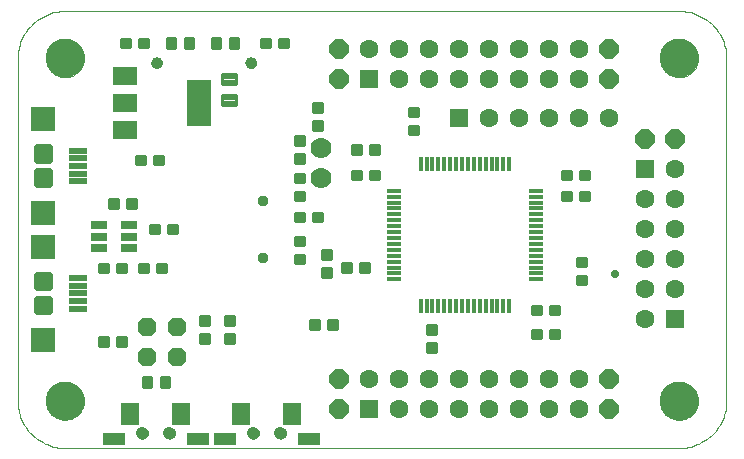
<source format=gts>
G75*
%MOIN*%
%OFA0B0*%
%FSLAX24Y24*%
%IPPOS*%
%LPD*%
%AMOC8*
5,1,8,0,0,1.08239X$1,22.5*
%
%ADD10C,0.0098*%
%ADD11R,0.0827X0.0631*%
%ADD12R,0.0827X0.1536*%
%ADD13C,0.0110*%
%ADD14OC8,0.0640*%
%ADD15R,0.0512X0.0134*%
%ADD16R,0.0134X0.0512*%
%ADD17OC8,0.0360*%
%ADD18R,0.0631X0.0631*%
%ADD19C,0.0631*%
%ADD20C,0.0000*%
%ADD21C,0.1300*%
%ADD22R,0.0560X0.0260*%
%ADD23C,0.0700*%
%ADD24OC8,0.0631*%
%ADD25C,0.0085*%
%ADD26R,0.0638X0.0190*%
%ADD27C,0.0192*%
%ADD28R,0.0788X0.0788*%
%ADD29R,0.0590X0.0740*%
%ADD30R,0.0740X0.0440*%
%ADD31C,0.0414*%
%ADD32C,0.0390*%
%ADD33C,0.0290*%
D10*
X007091Y007112D02*
X007383Y007112D01*
X007383Y006820D01*
X007091Y006820D01*
X007091Y007112D01*
X007091Y006917D02*
X007383Y006917D01*
X007383Y007014D02*
X007091Y007014D01*
X007091Y007111D02*
X007383Y007111D01*
X007691Y007112D02*
X007983Y007112D01*
X007983Y006820D01*
X007691Y006820D01*
X007691Y007112D01*
X007691Y006917D02*
X007983Y006917D01*
X007983Y007014D02*
X007691Y007014D01*
X007691Y007111D02*
X007983Y007111D01*
X010763Y007212D02*
X010763Y006920D01*
X010471Y006920D01*
X010471Y007212D01*
X010763Y007212D01*
X010763Y007017D02*
X010471Y007017D01*
X010471Y007114D02*
X010763Y007114D01*
X010763Y007211D02*
X010471Y007211D01*
X010763Y007520D02*
X010763Y007812D01*
X010763Y007520D02*
X010471Y007520D01*
X010471Y007812D01*
X010763Y007812D01*
X010763Y007617D02*
X010471Y007617D01*
X010471Y007714D02*
X010763Y007714D01*
X010763Y007811D02*
X010471Y007811D01*
X011596Y007812D02*
X011596Y007520D01*
X011304Y007520D01*
X011304Y007812D01*
X011596Y007812D01*
X011596Y007617D02*
X011304Y007617D01*
X011304Y007714D02*
X011596Y007714D01*
X011596Y007811D02*
X011304Y007811D01*
X011596Y007212D02*
X011596Y006920D01*
X011304Y006920D01*
X011304Y007212D01*
X011596Y007212D01*
X011596Y007017D02*
X011304Y007017D01*
X011304Y007114D02*
X011596Y007114D01*
X011596Y007211D02*
X011304Y007211D01*
X014141Y007390D02*
X014433Y007390D01*
X014141Y007390D02*
X014141Y007682D01*
X014433Y007682D01*
X014433Y007390D01*
X014433Y007487D02*
X014141Y007487D01*
X014141Y007584D02*
X014433Y007584D01*
X014433Y007681D02*
X014141Y007681D01*
X014741Y007390D02*
X015033Y007390D01*
X014741Y007390D02*
X014741Y007682D01*
X015033Y007682D01*
X015033Y007390D01*
X015033Y007487D02*
X014741Y007487D01*
X014741Y007584D02*
X015033Y007584D01*
X015033Y007681D02*
X014741Y007681D01*
X014813Y009110D02*
X014813Y009402D01*
X014813Y009110D02*
X014521Y009110D01*
X014521Y009402D01*
X014813Y009402D01*
X014813Y009207D02*
X014521Y009207D01*
X014521Y009304D02*
X014813Y009304D01*
X014813Y009401D02*
X014521Y009401D01*
X014813Y009710D02*
X014813Y010002D01*
X014813Y009710D02*
X014521Y009710D01*
X014521Y010002D01*
X014813Y010002D01*
X014813Y009807D02*
X014521Y009807D01*
X014521Y009904D02*
X014813Y009904D01*
X014813Y010001D02*
X014521Y010001D01*
X013641Y009862D02*
X013641Y009570D01*
X013641Y009862D02*
X013933Y009862D01*
X013933Y009570D01*
X013641Y009570D01*
X013641Y009667D02*
X013933Y009667D01*
X013933Y009764D02*
X013641Y009764D01*
X013641Y009861D02*
X013933Y009861D01*
X013641Y010170D02*
X013641Y010462D01*
X013933Y010462D01*
X013933Y010170D01*
X013641Y010170D01*
X013641Y010267D02*
X013933Y010267D01*
X013933Y010364D02*
X013641Y010364D01*
X013641Y010461D02*
X013933Y010461D01*
X013933Y010970D02*
X013641Y010970D01*
X013641Y011262D01*
X013933Y011262D01*
X013933Y010970D01*
X013933Y011067D02*
X013641Y011067D01*
X013641Y011164D02*
X013933Y011164D01*
X013933Y011261D02*
X013641Y011261D01*
X013933Y011670D02*
X013933Y011962D01*
X013933Y011670D02*
X013641Y011670D01*
X013641Y011962D01*
X013933Y011962D01*
X013933Y011767D02*
X013641Y011767D01*
X013641Y011864D02*
X013933Y011864D01*
X013933Y011961D02*
X013641Y011961D01*
X013933Y012270D02*
X013933Y012562D01*
X013933Y012270D02*
X013641Y012270D01*
X013641Y012562D01*
X013933Y012562D01*
X013933Y012367D02*
X013641Y012367D01*
X013641Y012464D02*
X013933Y012464D01*
X013933Y012561D02*
X013641Y012561D01*
X013933Y012930D02*
X013933Y013222D01*
X013933Y012930D02*
X013641Y012930D01*
X013641Y013222D01*
X013933Y013222D01*
X013933Y013027D02*
X013641Y013027D01*
X013641Y013124D02*
X013933Y013124D01*
X013933Y013221D02*
X013641Y013221D01*
X013933Y013530D02*
X013933Y013822D01*
X013933Y013530D02*
X013641Y013530D01*
X013641Y013822D01*
X013933Y013822D01*
X013933Y013627D02*
X013641Y013627D01*
X013641Y013724D02*
X013933Y013724D01*
X013933Y013821D02*
X013641Y013821D01*
X014533Y014020D02*
X014533Y014312D01*
X014533Y014020D02*
X014241Y014020D01*
X014241Y014312D01*
X014533Y014312D01*
X014533Y014117D02*
X014241Y014117D01*
X014241Y014214D02*
X014533Y014214D01*
X014533Y014311D02*
X014241Y014311D01*
X014533Y014620D02*
X014533Y014912D01*
X014533Y014620D02*
X014241Y014620D01*
X014241Y014912D01*
X014533Y014912D01*
X014533Y014717D02*
X014241Y014717D01*
X014241Y014814D02*
X014533Y014814D01*
X014533Y014911D02*
X014241Y014911D01*
X015541Y013512D02*
X015833Y013512D01*
X015833Y013220D01*
X015541Y013220D01*
X015541Y013512D01*
X015541Y013317D02*
X015833Y013317D01*
X015833Y013414D02*
X015541Y013414D01*
X015541Y013511D02*
X015833Y013511D01*
X016141Y013512D02*
X016433Y013512D01*
X016433Y013220D01*
X016141Y013220D01*
X016141Y013512D01*
X016141Y013317D02*
X016433Y013317D01*
X016433Y013414D02*
X016141Y013414D01*
X016141Y013511D02*
X016433Y013511D01*
X017733Y013870D02*
X017733Y014162D01*
X017733Y013870D02*
X017441Y013870D01*
X017441Y014162D01*
X017733Y014162D01*
X017733Y013967D02*
X017441Y013967D01*
X017441Y014064D02*
X017733Y014064D01*
X017733Y014161D02*
X017441Y014161D01*
X017733Y014470D02*
X017733Y014762D01*
X017733Y014470D02*
X017441Y014470D01*
X017441Y014762D01*
X017733Y014762D01*
X017733Y014567D02*
X017441Y014567D01*
X017441Y014664D02*
X017733Y014664D01*
X017733Y014761D02*
X017441Y014761D01*
X016433Y012662D02*
X016141Y012662D01*
X016433Y012662D02*
X016433Y012370D01*
X016141Y012370D01*
X016141Y012662D01*
X016141Y012467D02*
X016433Y012467D01*
X016433Y012564D02*
X016141Y012564D01*
X016141Y012661D02*
X016433Y012661D01*
X015833Y012662D02*
X015541Y012662D01*
X015833Y012662D02*
X015833Y012370D01*
X015541Y012370D01*
X015541Y012662D01*
X015541Y012467D02*
X015833Y012467D01*
X015833Y012564D02*
X015541Y012564D01*
X015541Y012661D02*
X015833Y012661D01*
X014533Y010970D02*
X014241Y010970D01*
X014241Y011262D01*
X014533Y011262D01*
X014533Y010970D01*
X014533Y011067D02*
X014241Y011067D01*
X014241Y011164D02*
X014533Y011164D01*
X014533Y011261D02*
X014241Y011261D01*
X015211Y009572D02*
X015503Y009572D01*
X015503Y009280D01*
X015211Y009280D01*
X015211Y009572D01*
X015211Y009377D02*
X015503Y009377D01*
X015503Y009474D02*
X015211Y009474D01*
X015211Y009571D02*
X015503Y009571D01*
X015811Y009572D02*
X016103Y009572D01*
X016103Y009280D01*
X015811Y009280D01*
X015811Y009572D01*
X015811Y009377D02*
X016103Y009377D01*
X016103Y009474D02*
X015811Y009474D01*
X015811Y009571D02*
X016103Y009571D01*
X018031Y007522D02*
X018031Y007230D01*
X018031Y007522D02*
X018323Y007522D01*
X018323Y007230D01*
X018031Y007230D01*
X018031Y007327D02*
X018323Y007327D01*
X018323Y007424D02*
X018031Y007424D01*
X018031Y007521D02*
X018323Y007521D01*
X018031Y006922D02*
X018031Y006630D01*
X018031Y006922D02*
X018323Y006922D01*
X018323Y006630D01*
X018031Y006630D01*
X018031Y006727D02*
X018323Y006727D01*
X018323Y006824D02*
X018031Y006824D01*
X018031Y006921D02*
X018323Y006921D01*
X021541Y007362D02*
X021833Y007362D01*
X021833Y007070D01*
X021541Y007070D01*
X021541Y007362D01*
X021541Y007167D02*
X021833Y007167D01*
X021833Y007264D02*
X021541Y007264D01*
X021541Y007361D02*
X021833Y007361D01*
X022141Y007362D02*
X022433Y007362D01*
X022433Y007070D01*
X022141Y007070D01*
X022141Y007362D01*
X022141Y007167D02*
X022433Y007167D01*
X022433Y007264D02*
X022141Y007264D01*
X022141Y007361D02*
X022433Y007361D01*
X022433Y008162D02*
X022141Y008162D01*
X022433Y008162D02*
X022433Y007870D01*
X022141Y007870D01*
X022141Y008162D01*
X022141Y007967D02*
X022433Y007967D01*
X022433Y008064D02*
X022141Y008064D01*
X022141Y008161D02*
X022433Y008161D01*
X021833Y008162D02*
X021541Y008162D01*
X021833Y008162D02*
X021833Y007870D01*
X021541Y007870D01*
X021541Y008162D01*
X021541Y007967D02*
X021833Y007967D01*
X021833Y008064D02*
X021541Y008064D01*
X021541Y008161D02*
X021833Y008161D01*
X023333Y008870D02*
X023333Y009162D01*
X023333Y008870D02*
X023041Y008870D01*
X023041Y009162D01*
X023333Y009162D01*
X023333Y008967D02*
X023041Y008967D01*
X023041Y009064D02*
X023333Y009064D01*
X023333Y009161D02*
X023041Y009161D01*
X023333Y009470D02*
X023333Y009762D01*
X023333Y009470D02*
X023041Y009470D01*
X023041Y009762D01*
X023333Y009762D01*
X023333Y009567D02*
X023041Y009567D01*
X023041Y009664D02*
X023333Y009664D01*
X023333Y009761D02*
X023041Y009761D01*
X023141Y011670D02*
X023433Y011670D01*
X023141Y011670D02*
X023141Y011962D01*
X023433Y011962D01*
X023433Y011670D01*
X023433Y011767D02*
X023141Y011767D01*
X023141Y011864D02*
X023433Y011864D01*
X023433Y011961D02*
X023141Y011961D01*
X022833Y011670D02*
X022541Y011670D01*
X022541Y011962D01*
X022833Y011962D01*
X022833Y011670D01*
X022833Y011767D02*
X022541Y011767D01*
X022541Y011864D02*
X022833Y011864D01*
X022833Y011961D02*
X022541Y011961D01*
X022541Y012370D02*
X022833Y012370D01*
X022541Y012370D02*
X022541Y012662D01*
X022833Y012662D01*
X022833Y012370D01*
X022833Y012467D02*
X022541Y012467D01*
X022541Y012564D02*
X022833Y012564D01*
X022833Y012661D02*
X022541Y012661D01*
X023141Y012370D02*
X023433Y012370D01*
X023141Y012370D02*
X023141Y012662D01*
X023433Y012662D01*
X023433Y012370D01*
X023433Y012467D02*
X023141Y012467D01*
X023141Y012564D02*
X023433Y012564D01*
X023433Y012661D02*
X023141Y012661D01*
X013383Y016770D02*
X013091Y016770D01*
X013091Y017062D01*
X013383Y017062D01*
X013383Y016770D01*
X013383Y016867D02*
X013091Y016867D01*
X013091Y016964D02*
X013383Y016964D01*
X013383Y017061D02*
X013091Y017061D01*
X012783Y016770D02*
X012491Y016770D01*
X012491Y017062D01*
X012783Y017062D01*
X012783Y016770D01*
X012783Y016867D02*
X012491Y016867D01*
X012491Y016964D02*
X012783Y016964D01*
X012783Y017061D02*
X012491Y017061D01*
X008733Y016770D02*
X008441Y016770D01*
X008441Y017062D01*
X008733Y017062D01*
X008733Y016770D01*
X008733Y016867D02*
X008441Y016867D01*
X008441Y016964D02*
X008733Y016964D01*
X008733Y017061D02*
X008441Y017061D01*
X008133Y016770D02*
X007841Y016770D01*
X007841Y017062D01*
X008133Y017062D01*
X008133Y016770D01*
X008133Y016867D02*
X007841Y016867D01*
X007841Y016964D02*
X008133Y016964D01*
X008133Y017061D02*
X007841Y017061D01*
X008341Y012870D02*
X008633Y012870D01*
X008341Y012870D02*
X008341Y013162D01*
X008633Y013162D01*
X008633Y012870D01*
X008633Y012967D02*
X008341Y012967D01*
X008341Y013064D02*
X008633Y013064D01*
X008633Y013161D02*
X008341Y013161D01*
X008941Y012870D02*
X009233Y012870D01*
X008941Y012870D02*
X008941Y013162D01*
X009233Y013162D01*
X009233Y012870D01*
X009233Y012967D02*
X008941Y012967D01*
X008941Y013064D02*
X009233Y013064D01*
X009233Y013161D02*
X008941Y013161D01*
X008333Y011420D02*
X008041Y011420D01*
X008041Y011712D01*
X008333Y011712D01*
X008333Y011420D01*
X008333Y011517D02*
X008041Y011517D01*
X008041Y011614D02*
X008333Y011614D01*
X008333Y011711D02*
X008041Y011711D01*
X007733Y011420D02*
X007441Y011420D01*
X007441Y011712D01*
X007733Y011712D01*
X007733Y011420D01*
X007733Y011517D02*
X007441Y011517D01*
X007441Y011614D02*
X007733Y011614D01*
X007733Y011711D02*
X007441Y011711D01*
X008791Y010570D02*
X009083Y010570D01*
X008791Y010570D02*
X008791Y010862D01*
X009083Y010862D01*
X009083Y010570D01*
X009083Y010667D02*
X008791Y010667D01*
X008791Y010764D02*
X009083Y010764D01*
X009083Y010861D02*
X008791Y010861D01*
X009391Y010570D02*
X009683Y010570D01*
X009391Y010570D02*
X009391Y010862D01*
X009683Y010862D01*
X009683Y010570D01*
X009683Y010667D02*
X009391Y010667D01*
X009391Y010764D02*
X009683Y010764D01*
X009683Y010861D02*
X009391Y010861D01*
X009333Y009270D02*
X009041Y009270D01*
X009041Y009562D01*
X009333Y009562D01*
X009333Y009270D01*
X009333Y009367D02*
X009041Y009367D01*
X009041Y009464D02*
X009333Y009464D01*
X009333Y009561D02*
X009041Y009561D01*
X008733Y009270D02*
X008441Y009270D01*
X008441Y009562D01*
X008733Y009562D01*
X008733Y009270D01*
X008733Y009367D02*
X008441Y009367D01*
X008441Y009464D02*
X008733Y009464D01*
X008733Y009561D02*
X008441Y009561D01*
X007983Y009270D02*
X007691Y009270D01*
X007691Y009562D01*
X007983Y009562D01*
X007983Y009270D01*
X007983Y009367D02*
X007691Y009367D01*
X007691Y009464D02*
X007983Y009464D01*
X007983Y009561D02*
X007691Y009561D01*
X007383Y009270D02*
X007091Y009270D01*
X007091Y009562D01*
X007383Y009562D01*
X007383Y009270D01*
X007383Y009367D02*
X007091Y009367D01*
X007091Y009464D02*
X007383Y009464D01*
X007383Y009561D02*
X007091Y009561D01*
D11*
X007946Y014010D03*
X007946Y014916D03*
X007946Y015821D03*
D12*
X010427Y014916D03*
D13*
X011197Y014851D02*
X011197Y015181D01*
X011677Y015181D01*
X011677Y014851D01*
X011197Y014851D01*
X011197Y014960D02*
X011677Y014960D01*
X011677Y015069D02*
X011197Y015069D01*
X011197Y015178D02*
X011677Y015178D01*
X011197Y015551D02*
X011197Y015881D01*
X011677Y015881D01*
X011677Y015551D01*
X011197Y015551D01*
X011197Y015660D02*
X011677Y015660D01*
X011677Y015769D02*
X011197Y015769D01*
X011197Y015878D02*
X011677Y015878D01*
D14*
X015087Y015716D03*
X015087Y016716D03*
X024087Y016716D03*
X024087Y015716D03*
X025287Y013716D03*
X026287Y013716D03*
X024087Y005716D03*
X024088Y004718D03*
X015087Y004716D03*
X015087Y005716D03*
D15*
X016932Y009039D03*
X016932Y009236D03*
X016932Y009433D03*
X016932Y009630D03*
X016932Y009827D03*
X016932Y010023D03*
X016932Y010220D03*
X016932Y010417D03*
X016932Y010614D03*
X016932Y010811D03*
X016932Y011008D03*
X016932Y011205D03*
X016932Y011401D03*
X016932Y011598D03*
X016932Y011795D03*
X016932Y011992D03*
X021656Y011992D03*
X021656Y011795D03*
X021656Y011598D03*
X021656Y011401D03*
X021656Y011205D03*
X021656Y011008D03*
X021656Y010811D03*
X021656Y010614D03*
X021656Y010417D03*
X021656Y010220D03*
X021656Y010023D03*
X021656Y009827D03*
X021656Y009630D03*
X021656Y009433D03*
X021656Y009236D03*
X021656Y009039D03*
D16*
X020770Y008153D03*
X020574Y008153D03*
X020377Y008153D03*
X020180Y008153D03*
X019983Y008153D03*
X019786Y008153D03*
X019589Y008153D03*
X019392Y008153D03*
X019196Y008153D03*
X018999Y008153D03*
X018802Y008153D03*
X018605Y008153D03*
X018408Y008153D03*
X018211Y008153D03*
X018014Y008153D03*
X017818Y008153D03*
X017818Y012878D03*
X018014Y012878D03*
X018211Y012878D03*
X018408Y012878D03*
X018605Y012878D03*
X018802Y012878D03*
X018999Y012878D03*
X019196Y012878D03*
X019392Y012878D03*
X019589Y012878D03*
X019786Y012878D03*
X019983Y012878D03*
X020180Y012878D03*
X020377Y012878D03*
X020574Y012878D03*
X020770Y012878D03*
D17*
X012556Y011660D03*
X012556Y009738D03*
D18*
X019087Y014416D03*
X016087Y015716D03*
X025287Y012716D03*
X026287Y007716D03*
X016087Y004716D03*
D19*
X017087Y004716D03*
X018087Y004716D03*
X019087Y004716D03*
X020087Y004716D03*
X021087Y004716D03*
X022087Y004716D03*
X023087Y004716D03*
X023087Y005716D03*
X022087Y005716D03*
X021087Y005716D03*
X020087Y005716D03*
X019087Y005716D03*
X018087Y005716D03*
X017087Y005716D03*
X016087Y005716D03*
X025287Y007716D03*
X025287Y008716D03*
X026287Y008716D03*
X026287Y009716D03*
X025287Y009716D03*
X025287Y010716D03*
X026287Y010716D03*
X026287Y011716D03*
X025287Y011716D03*
X026287Y012716D03*
X024087Y014416D03*
X023087Y014416D03*
X022087Y014416D03*
X021087Y014416D03*
X020087Y014416D03*
X020087Y015716D03*
X021087Y015716D03*
X022087Y015716D03*
X023087Y015716D03*
X023087Y016716D03*
X022087Y016716D03*
X021087Y016716D03*
X020087Y016716D03*
X019087Y016716D03*
X018087Y016716D03*
X017087Y016716D03*
X016087Y016716D03*
X017087Y015716D03*
X018087Y015716D03*
X019087Y015716D03*
D20*
X026434Y003416D02*
X005961Y003416D01*
X005331Y004990D02*
X005333Y005040D01*
X005339Y005090D01*
X005349Y005139D01*
X005363Y005187D01*
X005380Y005234D01*
X005401Y005279D01*
X005426Y005323D01*
X005454Y005364D01*
X005486Y005403D01*
X005520Y005440D01*
X005557Y005474D01*
X005597Y005504D01*
X005639Y005531D01*
X005683Y005555D01*
X005729Y005576D01*
X005776Y005592D01*
X005824Y005605D01*
X005874Y005614D01*
X005923Y005619D01*
X005974Y005620D01*
X006024Y005617D01*
X006073Y005610D01*
X006122Y005599D01*
X006170Y005584D01*
X006216Y005566D01*
X006261Y005544D01*
X006304Y005518D01*
X006345Y005489D01*
X006384Y005457D01*
X006420Y005422D01*
X006452Y005384D01*
X006482Y005344D01*
X006509Y005301D01*
X006532Y005257D01*
X006551Y005211D01*
X006567Y005163D01*
X006579Y005114D01*
X006587Y005065D01*
X006591Y005015D01*
X006591Y004965D01*
X006587Y004915D01*
X006579Y004866D01*
X006567Y004817D01*
X006551Y004769D01*
X006532Y004723D01*
X006509Y004679D01*
X006482Y004636D01*
X006452Y004596D01*
X006420Y004558D01*
X006384Y004523D01*
X006345Y004491D01*
X006304Y004462D01*
X006261Y004436D01*
X006216Y004414D01*
X006170Y004396D01*
X006122Y004381D01*
X006073Y004370D01*
X006024Y004363D01*
X005974Y004360D01*
X005923Y004361D01*
X005874Y004366D01*
X005824Y004375D01*
X005776Y004388D01*
X005729Y004404D01*
X005683Y004425D01*
X005639Y004449D01*
X005597Y004476D01*
X005557Y004506D01*
X005520Y004540D01*
X005486Y004577D01*
X005454Y004616D01*
X005426Y004657D01*
X005401Y004701D01*
X005380Y004746D01*
X005363Y004793D01*
X005349Y004841D01*
X005339Y004890D01*
X005333Y004940D01*
X005331Y004990D01*
X004386Y004990D02*
X004388Y004913D01*
X004394Y004836D01*
X004403Y004759D01*
X004416Y004683D01*
X004433Y004607D01*
X004454Y004533D01*
X004478Y004459D01*
X004506Y004387D01*
X004537Y004317D01*
X004572Y004248D01*
X004610Y004180D01*
X004651Y004115D01*
X004696Y004052D01*
X004744Y003991D01*
X004794Y003932D01*
X004847Y003876D01*
X004903Y003823D01*
X004962Y003773D01*
X005023Y003725D01*
X005086Y003680D01*
X005151Y003639D01*
X005219Y003601D01*
X005288Y003566D01*
X005358Y003535D01*
X005430Y003507D01*
X005504Y003483D01*
X005578Y003462D01*
X005654Y003445D01*
X005730Y003432D01*
X005807Y003423D01*
X005884Y003417D01*
X005961Y003415D01*
X005884Y003417D01*
X005807Y003423D01*
X005730Y003432D01*
X005654Y003445D01*
X005578Y003462D01*
X005504Y003483D01*
X005430Y003507D01*
X005358Y003535D01*
X005288Y003566D01*
X005219Y003601D01*
X005151Y003639D01*
X005086Y003680D01*
X005023Y003725D01*
X004962Y003773D01*
X004903Y003823D01*
X004847Y003876D01*
X004794Y003932D01*
X004744Y003991D01*
X004696Y004052D01*
X004651Y004115D01*
X004610Y004180D01*
X004572Y004248D01*
X004537Y004317D01*
X004506Y004387D01*
X004478Y004459D01*
X004454Y004533D01*
X004433Y004607D01*
X004416Y004683D01*
X004403Y004759D01*
X004394Y004836D01*
X004388Y004913D01*
X004386Y004990D01*
X004387Y004990D02*
X004387Y016408D01*
X005331Y016408D02*
X005333Y016458D01*
X005339Y016508D01*
X005349Y016557D01*
X005363Y016605D01*
X005380Y016652D01*
X005401Y016697D01*
X005426Y016741D01*
X005454Y016782D01*
X005486Y016821D01*
X005520Y016858D01*
X005557Y016892D01*
X005597Y016922D01*
X005639Y016949D01*
X005683Y016973D01*
X005729Y016994D01*
X005776Y017010D01*
X005824Y017023D01*
X005874Y017032D01*
X005923Y017037D01*
X005974Y017038D01*
X006024Y017035D01*
X006073Y017028D01*
X006122Y017017D01*
X006170Y017002D01*
X006216Y016984D01*
X006261Y016962D01*
X006304Y016936D01*
X006345Y016907D01*
X006384Y016875D01*
X006420Y016840D01*
X006452Y016802D01*
X006482Y016762D01*
X006509Y016719D01*
X006532Y016675D01*
X006551Y016629D01*
X006567Y016581D01*
X006579Y016532D01*
X006587Y016483D01*
X006591Y016433D01*
X006591Y016383D01*
X006587Y016333D01*
X006579Y016284D01*
X006567Y016235D01*
X006551Y016187D01*
X006532Y016141D01*
X006509Y016097D01*
X006482Y016054D01*
X006452Y016014D01*
X006420Y015976D01*
X006384Y015941D01*
X006345Y015909D01*
X006304Y015880D01*
X006261Y015854D01*
X006216Y015832D01*
X006170Y015814D01*
X006122Y015799D01*
X006073Y015788D01*
X006024Y015781D01*
X005974Y015778D01*
X005923Y015779D01*
X005874Y015784D01*
X005824Y015793D01*
X005776Y015806D01*
X005729Y015822D01*
X005683Y015843D01*
X005639Y015867D01*
X005597Y015894D01*
X005557Y015924D01*
X005520Y015958D01*
X005486Y015995D01*
X005454Y016034D01*
X005426Y016075D01*
X005401Y016119D01*
X005380Y016164D01*
X005363Y016211D01*
X005349Y016259D01*
X005339Y016308D01*
X005333Y016358D01*
X005331Y016408D01*
X004386Y016408D02*
X004388Y016485D01*
X004394Y016562D01*
X004403Y016639D01*
X004416Y016715D01*
X004433Y016791D01*
X004454Y016865D01*
X004478Y016939D01*
X004506Y017011D01*
X004537Y017081D01*
X004572Y017150D01*
X004610Y017218D01*
X004651Y017283D01*
X004696Y017346D01*
X004744Y017407D01*
X004794Y017466D01*
X004847Y017522D01*
X004903Y017575D01*
X004962Y017625D01*
X005023Y017673D01*
X005086Y017718D01*
X005151Y017759D01*
X005219Y017797D01*
X005288Y017832D01*
X005358Y017863D01*
X005430Y017891D01*
X005504Y017915D01*
X005578Y017936D01*
X005654Y017953D01*
X005730Y017966D01*
X005807Y017975D01*
X005884Y017981D01*
X005961Y017983D01*
X026434Y017983D01*
X025804Y016408D02*
X025806Y016458D01*
X025812Y016508D01*
X025822Y016557D01*
X025836Y016605D01*
X025853Y016652D01*
X025874Y016697D01*
X025899Y016741D01*
X025927Y016782D01*
X025959Y016821D01*
X025993Y016858D01*
X026030Y016892D01*
X026070Y016922D01*
X026112Y016949D01*
X026156Y016973D01*
X026202Y016994D01*
X026249Y017010D01*
X026297Y017023D01*
X026347Y017032D01*
X026396Y017037D01*
X026447Y017038D01*
X026497Y017035D01*
X026546Y017028D01*
X026595Y017017D01*
X026643Y017002D01*
X026689Y016984D01*
X026734Y016962D01*
X026777Y016936D01*
X026818Y016907D01*
X026857Y016875D01*
X026893Y016840D01*
X026925Y016802D01*
X026955Y016762D01*
X026982Y016719D01*
X027005Y016675D01*
X027024Y016629D01*
X027040Y016581D01*
X027052Y016532D01*
X027060Y016483D01*
X027064Y016433D01*
X027064Y016383D01*
X027060Y016333D01*
X027052Y016284D01*
X027040Y016235D01*
X027024Y016187D01*
X027005Y016141D01*
X026982Y016097D01*
X026955Y016054D01*
X026925Y016014D01*
X026893Y015976D01*
X026857Y015941D01*
X026818Y015909D01*
X026777Y015880D01*
X026734Y015854D01*
X026689Y015832D01*
X026643Y015814D01*
X026595Y015799D01*
X026546Y015788D01*
X026497Y015781D01*
X026447Y015778D01*
X026396Y015779D01*
X026347Y015784D01*
X026297Y015793D01*
X026249Y015806D01*
X026202Y015822D01*
X026156Y015843D01*
X026112Y015867D01*
X026070Y015894D01*
X026030Y015924D01*
X025993Y015958D01*
X025959Y015995D01*
X025927Y016034D01*
X025899Y016075D01*
X025874Y016119D01*
X025853Y016164D01*
X025836Y016211D01*
X025822Y016259D01*
X025812Y016308D01*
X025806Y016358D01*
X025804Y016408D01*
X026434Y017983D02*
X026511Y017981D01*
X026588Y017975D01*
X026665Y017966D01*
X026741Y017953D01*
X026817Y017936D01*
X026891Y017915D01*
X026965Y017891D01*
X027037Y017863D01*
X027107Y017832D01*
X027176Y017797D01*
X027244Y017759D01*
X027309Y017718D01*
X027372Y017673D01*
X027433Y017625D01*
X027492Y017575D01*
X027548Y017522D01*
X027601Y017466D01*
X027651Y017407D01*
X027699Y017346D01*
X027744Y017283D01*
X027785Y017218D01*
X027823Y017150D01*
X027858Y017081D01*
X027889Y017011D01*
X027917Y016939D01*
X027941Y016865D01*
X027962Y016791D01*
X027979Y016715D01*
X027992Y016639D01*
X028001Y016562D01*
X028007Y016485D01*
X028009Y016408D01*
X028009Y004990D01*
X025804Y004990D02*
X025806Y005040D01*
X025812Y005090D01*
X025822Y005139D01*
X025836Y005187D01*
X025853Y005234D01*
X025874Y005279D01*
X025899Y005323D01*
X025927Y005364D01*
X025959Y005403D01*
X025993Y005440D01*
X026030Y005474D01*
X026070Y005504D01*
X026112Y005531D01*
X026156Y005555D01*
X026202Y005576D01*
X026249Y005592D01*
X026297Y005605D01*
X026347Y005614D01*
X026396Y005619D01*
X026447Y005620D01*
X026497Y005617D01*
X026546Y005610D01*
X026595Y005599D01*
X026643Y005584D01*
X026689Y005566D01*
X026734Y005544D01*
X026777Y005518D01*
X026818Y005489D01*
X026857Y005457D01*
X026893Y005422D01*
X026925Y005384D01*
X026955Y005344D01*
X026982Y005301D01*
X027005Y005257D01*
X027024Y005211D01*
X027040Y005163D01*
X027052Y005114D01*
X027060Y005065D01*
X027064Y005015D01*
X027064Y004965D01*
X027060Y004915D01*
X027052Y004866D01*
X027040Y004817D01*
X027024Y004769D01*
X027005Y004723D01*
X026982Y004679D01*
X026955Y004636D01*
X026925Y004596D01*
X026893Y004558D01*
X026857Y004523D01*
X026818Y004491D01*
X026777Y004462D01*
X026734Y004436D01*
X026689Y004414D01*
X026643Y004396D01*
X026595Y004381D01*
X026546Y004370D01*
X026497Y004363D01*
X026447Y004360D01*
X026396Y004361D01*
X026347Y004366D01*
X026297Y004375D01*
X026249Y004388D01*
X026202Y004404D01*
X026156Y004425D01*
X026112Y004449D01*
X026070Y004476D01*
X026030Y004506D01*
X025993Y004540D01*
X025959Y004577D01*
X025927Y004616D01*
X025899Y004657D01*
X025874Y004701D01*
X025853Y004746D01*
X025836Y004793D01*
X025822Y004841D01*
X025812Y004890D01*
X025806Y004940D01*
X025804Y004990D01*
X026434Y003415D02*
X026511Y003417D01*
X026588Y003423D01*
X026665Y003432D01*
X026741Y003445D01*
X026817Y003462D01*
X026891Y003483D01*
X026965Y003507D01*
X027037Y003535D01*
X027107Y003566D01*
X027176Y003601D01*
X027244Y003639D01*
X027309Y003680D01*
X027372Y003725D01*
X027433Y003773D01*
X027492Y003823D01*
X027548Y003876D01*
X027601Y003932D01*
X027651Y003991D01*
X027699Y004052D01*
X027744Y004115D01*
X027785Y004180D01*
X027823Y004248D01*
X027858Y004317D01*
X027889Y004387D01*
X027917Y004459D01*
X027941Y004533D01*
X027962Y004607D01*
X027979Y004683D01*
X027992Y004759D01*
X028001Y004836D01*
X028007Y004913D01*
X028009Y004990D01*
X028007Y004913D01*
X028001Y004836D01*
X027992Y004759D01*
X027979Y004683D01*
X027962Y004607D01*
X027941Y004533D01*
X027917Y004459D01*
X027889Y004387D01*
X027858Y004317D01*
X027823Y004248D01*
X027785Y004180D01*
X027744Y004115D01*
X027699Y004052D01*
X027651Y003991D01*
X027601Y003932D01*
X027548Y003876D01*
X027492Y003823D01*
X027433Y003773D01*
X027372Y003725D01*
X027309Y003680D01*
X027244Y003639D01*
X027176Y003601D01*
X027107Y003566D01*
X027037Y003535D01*
X026965Y003507D01*
X026891Y003483D01*
X026817Y003462D01*
X026741Y003445D01*
X026665Y003432D01*
X026588Y003423D01*
X026511Y003417D01*
X026434Y003415D01*
X012952Y003916D02*
X012954Y003943D01*
X012960Y003969D01*
X012969Y003994D01*
X012982Y004017D01*
X012998Y004038D01*
X013017Y004057D01*
X013038Y004073D01*
X013061Y004086D01*
X013086Y004095D01*
X013112Y004101D01*
X013139Y004103D01*
X013166Y004101D01*
X013192Y004095D01*
X013217Y004086D01*
X013240Y004073D01*
X013261Y004057D01*
X013280Y004038D01*
X013296Y004017D01*
X013309Y003994D01*
X013318Y003969D01*
X013324Y003943D01*
X013326Y003916D01*
X013324Y003889D01*
X013318Y003863D01*
X013309Y003838D01*
X013296Y003815D01*
X013280Y003794D01*
X013261Y003775D01*
X013240Y003759D01*
X013217Y003746D01*
X013192Y003737D01*
X013166Y003731D01*
X013139Y003729D01*
X013112Y003731D01*
X013086Y003737D01*
X013061Y003746D01*
X013038Y003759D01*
X013017Y003775D01*
X012998Y003794D01*
X012982Y003815D01*
X012969Y003838D01*
X012960Y003863D01*
X012954Y003889D01*
X012952Y003916D01*
X012047Y003916D02*
X012049Y003943D01*
X012055Y003969D01*
X012064Y003994D01*
X012077Y004017D01*
X012093Y004038D01*
X012112Y004057D01*
X012133Y004073D01*
X012156Y004086D01*
X012181Y004095D01*
X012207Y004101D01*
X012234Y004103D01*
X012261Y004101D01*
X012287Y004095D01*
X012312Y004086D01*
X012335Y004073D01*
X012356Y004057D01*
X012375Y004038D01*
X012391Y004017D01*
X012404Y003994D01*
X012413Y003969D01*
X012419Y003943D01*
X012421Y003916D01*
X012419Y003889D01*
X012413Y003863D01*
X012404Y003838D01*
X012391Y003815D01*
X012375Y003794D01*
X012356Y003775D01*
X012335Y003759D01*
X012312Y003746D01*
X012287Y003737D01*
X012261Y003731D01*
X012234Y003729D01*
X012207Y003731D01*
X012181Y003737D01*
X012156Y003746D01*
X012133Y003759D01*
X012112Y003775D01*
X012093Y003794D01*
X012077Y003815D01*
X012064Y003838D01*
X012055Y003863D01*
X012049Y003889D01*
X012047Y003916D01*
X009252Y003916D02*
X009254Y003943D01*
X009260Y003969D01*
X009269Y003994D01*
X009282Y004017D01*
X009298Y004038D01*
X009317Y004057D01*
X009338Y004073D01*
X009361Y004086D01*
X009386Y004095D01*
X009412Y004101D01*
X009439Y004103D01*
X009466Y004101D01*
X009492Y004095D01*
X009517Y004086D01*
X009540Y004073D01*
X009561Y004057D01*
X009580Y004038D01*
X009596Y004017D01*
X009609Y003994D01*
X009618Y003969D01*
X009624Y003943D01*
X009626Y003916D01*
X009624Y003889D01*
X009618Y003863D01*
X009609Y003838D01*
X009596Y003815D01*
X009580Y003794D01*
X009561Y003775D01*
X009540Y003759D01*
X009517Y003746D01*
X009492Y003737D01*
X009466Y003731D01*
X009439Y003729D01*
X009412Y003731D01*
X009386Y003737D01*
X009361Y003746D01*
X009338Y003759D01*
X009317Y003775D01*
X009298Y003794D01*
X009282Y003815D01*
X009269Y003838D01*
X009260Y003863D01*
X009254Y003889D01*
X009252Y003916D01*
X008347Y003916D02*
X008349Y003943D01*
X008355Y003969D01*
X008364Y003994D01*
X008377Y004017D01*
X008393Y004038D01*
X008412Y004057D01*
X008433Y004073D01*
X008456Y004086D01*
X008481Y004095D01*
X008507Y004101D01*
X008534Y004103D01*
X008561Y004101D01*
X008587Y004095D01*
X008612Y004086D01*
X008635Y004073D01*
X008656Y004057D01*
X008675Y004038D01*
X008691Y004017D01*
X008704Y003994D01*
X008713Y003969D01*
X008719Y003943D01*
X008721Y003916D01*
X008719Y003889D01*
X008713Y003863D01*
X008704Y003838D01*
X008691Y003815D01*
X008675Y003794D01*
X008656Y003775D01*
X008635Y003759D01*
X008612Y003746D01*
X008587Y003737D01*
X008561Y003731D01*
X008534Y003729D01*
X008507Y003731D01*
X008481Y003737D01*
X008456Y003746D01*
X008433Y003759D01*
X008412Y003775D01*
X008393Y003794D01*
X008377Y003815D01*
X008364Y003838D01*
X008355Y003863D01*
X008349Y003889D01*
X008347Y003916D01*
X008838Y016253D02*
X008840Y016279D01*
X008846Y016305D01*
X008855Y016329D01*
X008868Y016352D01*
X008885Y016372D01*
X008904Y016390D01*
X008926Y016405D01*
X008949Y016416D01*
X008974Y016424D01*
X009000Y016428D01*
X009026Y016428D01*
X009052Y016424D01*
X009077Y016416D01*
X009101Y016405D01*
X009122Y016390D01*
X009141Y016372D01*
X009158Y016352D01*
X009171Y016329D01*
X009180Y016305D01*
X009186Y016279D01*
X009188Y016253D01*
X009186Y016227D01*
X009180Y016201D01*
X009171Y016177D01*
X009158Y016154D01*
X009141Y016134D01*
X009122Y016116D01*
X009100Y016101D01*
X009077Y016090D01*
X009052Y016082D01*
X009026Y016078D01*
X009000Y016078D01*
X008974Y016082D01*
X008949Y016090D01*
X008925Y016101D01*
X008904Y016116D01*
X008885Y016134D01*
X008868Y016154D01*
X008855Y016177D01*
X008846Y016201D01*
X008840Y016227D01*
X008838Y016253D01*
X005961Y017983D02*
X005884Y017981D01*
X005807Y017975D01*
X005730Y017966D01*
X005654Y017953D01*
X005578Y017936D01*
X005504Y017915D01*
X005430Y017891D01*
X005358Y017863D01*
X005288Y017832D01*
X005219Y017797D01*
X005151Y017759D01*
X005086Y017718D01*
X005023Y017673D01*
X004962Y017625D01*
X004903Y017575D01*
X004847Y017522D01*
X004794Y017466D01*
X004744Y017407D01*
X004696Y017346D01*
X004651Y017283D01*
X004610Y017218D01*
X004572Y017150D01*
X004537Y017081D01*
X004506Y017011D01*
X004478Y016939D01*
X004454Y016865D01*
X004433Y016791D01*
X004416Y016715D01*
X004403Y016639D01*
X004394Y016562D01*
X004388Y016485D01*
X004386Y016408D01*
X011988Y016253D02*
X011990Y016279D01*
X011996Y016305D01*
X012005Y016329D01*
X012018Y016352D01*
X012035Y016372D01*
X012054Y016390D01*
X012076Y016405D01*
X012099Y016416D01*
X012124Y016424D01*
X012150Y016428D01*
X012176Y016428D01*
X012202Y016424D01*
X012227Y016416D01*
X012251Y016405D01*
X012272Y016390D01*
X012291Y016372D01*
X012308Y016352D01*
X012321Y016329D01*
X012330Y016305D01*
X012336Y016279D01*
X012338Y016253D01*
X012336Y016227D01*
X012330Y016201D01*
X012321Y016177D01*
X012308Y016154D01*
X012291Y016134D01*
X012272Y016116D01*
X012250Y016101D01*
X012227Y016090D01*
X012202Y016082D01*
X012176Y016078D01*
X012150Y016078D01*
X012124Y016082D01*
X012099Y016090D01*
X012075Y016101D01*
X012054Y016116D01*
X012035Y016134D01*
X012018Y016154D01*
X012005Y016177D01*
X011996Y016201D01*
X011990Y016227D01*
X011988Y016253D01*
X026434Y017983D02*
X026511Y017981D01*
X026588Y017975D01*
X026665Y017966D01*
X026741Y017953D01*
X026817Y017936D01*
X026891Y017915D01*
X026965Y017891D01*
X027037Y017863D01*
X027107Y017832D01*
X027176Y017797D01*
X027244Y017759D01*
X027309Y017718D01*
X027372Y017673D01*
X027433Y017625D01*
X027492Y017575D01*
X027548Y017522D01*
X027601Y017466D01*
X027651Y017407D01*
X027699Y017346D01*
X027744Y017283D01*
X027785Y017218D01*
X027823Y017150D01*
X027858Y017081D01*
X027889Y017011D01*
X027917Y016939D01*
X027941Y016865D01*
X027962Y016791D01*
X027979Y016715D01*
X027992Y016639D01*
X028001Y016562D01*
X028007Y016485D01*
X028009Y016408D01*
D21*
X026434Y016408D03*
X026434Y004990D03*
X005961Y004990D03*
X005961Y016408D03*
D22*
X007087Y010836D03*
X007087Y010466D03*
X007087Y010096D03*
X008087Y010096D03*
X008087Y010466D03*
X008087Y010836D03*
D23*
X014487Y012416D03*
X014487Y013416D03*
D24*
X009687Y007466D03*
X008687Y007466D03*
X008687Y006466D03*
X009687Y006466D03*
D25*
X009415Y005769D02*
X009159Y005769D01*
X009415Y005769D02*
X009415Y005463D01*
X009159Y005463D01*
X009159Y005769D01*
X009159Y005547D02*
X009415Y005547D01*
X009415Y005631D02*
X009159Y005631D01*
X009159Y005715D02*
X009415Y005715D01*
X008815Y005769D02*
X008559Y005769D01*
X008815Y005769D02*
X008815Y005463D01*
X008559Y005463D01*
X008559Y005769D01*
X008559Y005547D02*
X008815Y005547D01*
X008815Y005631D02*
X008559Y005631D01*
X008559Y005715D02*
X008815Y005715D01*
X009359Y016763D02*
X009615Y016763D01*
X009359Y016763D02*
X009359Y017069D01*
X009615Y017069D01*
X009615Y016763D01*
X009615Y016847D02*
X009359Y016847D01*
X009359Y016931D02*
X009615Y016931D01*
X009615Y017015D02*
X009359Y017015D01*
X009959Y016763D02*
X010215Y016763D01*
X009959Y016763D02*
X009959Y017069D01*
X010215Y017069D01*
X010215Y016763D01*
X010215Y016847D02*
X009959Y016847D01*
X009959Y016931D02*
X010215Y016931D01*
X010215Y017015D02*
X009959Y017015D01*
X010859Y016763D02*
X011115Y016763D01*
X010859Y016763D02*
X010859Y017069D01*
X011115Y017069D01*
X011115Y016763D01*
X011115Y016847D02*
X010859Y016847D01*
X010859Y016931D02*
X011115Y016931D01*
X011115Y017015D02*
X010859Y017015D01*
X011459Y016763D02*
X011715Y016763D01*
X011459Y016763D02*
X011459Y017069D01*
X011715Y017069D01*
X011715Y016763D01*
X011715Y016847D02*
X011459Y016847D01*
X011459Y016931D02*
X011715Y016931D01*
X011715Y017015D02*
X011459Y017015D01*
D26*
X006387Y013327D03*
X006387Y013072D03*
X006387Y012816D03*
X006387Y012560D03*
X006387Y012304D03*
X006387Y009087D03*
X006387Y008832D03*
X006387Y008576D03*
X006387Y008320D03*
X006387Y008064D03*
D27*
X005013Y007952D02*
X005013Y008400D01*
X005461Y008400D01*
X005461Y007952D01*
X005013Y007952D01*
X005013Y008143D02*
X005461Y008143D01*
X005461Y008334D02*
X005013Y008334D01*
X005013Y008752D02*
X005013Y009200D01*
X005461Y009200D01*
X005461Y008752D01*
X005013Y008752D01*
X005013Y008943D02*
X005461Y008943D01*
X005461Y009134D02*
X005013Y009134D01*
X005013Y012192D02*
X005013Y012640D01*
X005461Y012640D01*
X005461Y012192D01*
X005013Y012192D01*
X005013Y012383D02*
X005461Y012383D01*
X005461Y012574D02*
X005013Y012574D01*
X005013Y012992D02*
X005013Y013440D01*
X005461Y013440D01*
X005461Y012992D01*
X005013Y012992D01*
X005013Y013183D02*
X005461Y013183D01*
X005461Y013374D02*
X005013Y013374D01*
D28*
X005237Y014371D03*
X005237Y011260D03*
X005237Y010131D03*
X005237Y007020D03*
D29*
X008137Y004566D03*
X009837Y004566D03*
X011837Y004566D03*
X013537Y004566D03*
D30*
X014087Y003716D03*
X011287Y003716D03*
X010387Y003716D03*
X007587Y003716D03*
D31*
X008534Y003916D03*
X009439Y003916D03*
X012234Y003916D03*
X013139Y003916D03*
D32*
X012163Y016253D03*
X009013Y016253D03*
D33*
X024287Y009216D03*
M02*

</source>
